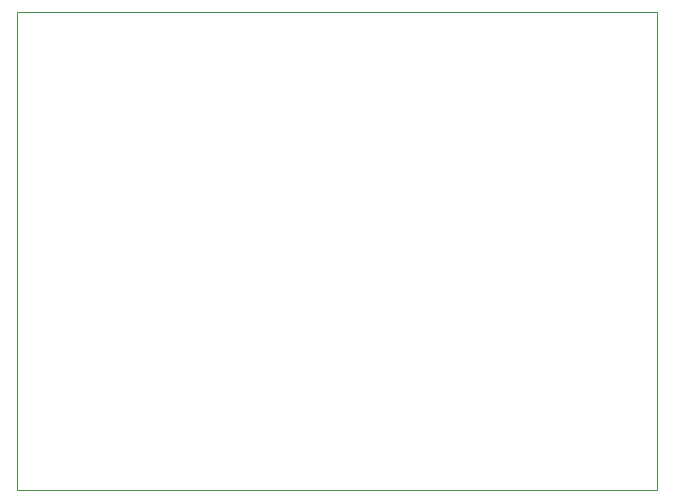
<source format=gbr>
%TF.GenerationSoftware,KiCad,Pcbnew,7.0.10*%
%TF.CreationDate,2024-11-01T14:14:09-04:00*%
%TF.ProjectId,pcb_v1,7063625f-7631-42e6-9b69-6361645f7063,rev?*%
%TF.SameCoordinates,Original*%
%TF.FileFunction,Profile,NP*%
%FSLAX46Y46*%
G04 Gerber Fmt 4.6, Leading zero omitted, Abs format (unit mm)*
G04 Created by KiCad (PCBNEW 7.0.10) date 2024-11-01 14:14:09*
%MOMM*%
%LPD*%
G01*
G04 APERTURE LIST*
%TA.AperFunction,Profile*%
%ADD10C,0.100000*%
%TD*%
G04 APERTURE END LIST*
D10*
X106750000Y-87000000D02*
X161000000Y-87000000D01*
X161000000Y-127500000D01*
X106750000Y-127500000D01*
X106750000Y-87000000D01*
M02*

</source>
